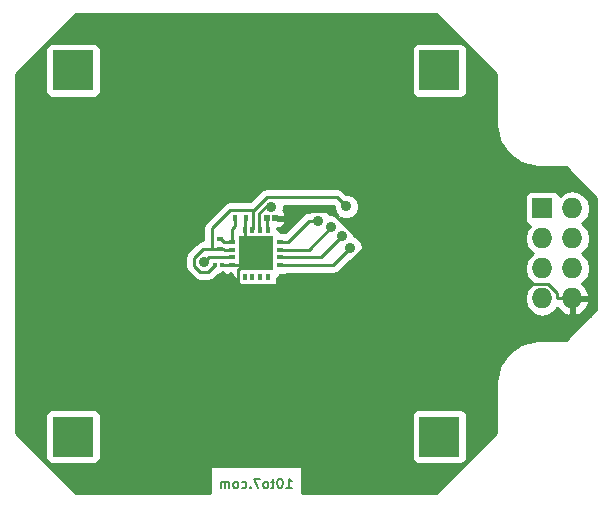
<source format=gbl>
%FSLAX34Y34*%
G04 Gerber Fmt 3.4, Leading zero omitted, Abs format*
G04 (created by PCBNEW (2014-03-19 BZR 4756)-product) date Sat 21 Jun 2014 18:27:49 BST*
%MOIN*%
G01*
G70*
G90*
G04 APERTURE LIST*
%ADD10C,0.005906*%
%ADD11C,0.007874*%
%ADD12R,0.023622X0.015748*%
%ADD13R,0.015748X0.023622*%
%ADD14R,0.118110X0.118110*%
%ADD15R,0.011800X0.015700*%
%ADD16R,0.015700X0.023600*%
%ADD17R,0.019685X0.019685*%
%ADD18R,0.068000X0.068000*%
%ADD19O,0.068000X0.068000*%
%ADD20R,0.023600X0.015700*%
%ADD21R,0.133900X0.133900*%
%ADD22C,0.035000*%
%ADD23C,0.010000*%
G04 APERTURE END LIST*
G54D10*
G54D11*
X63209Y-49945D02*
X63389Y-49945D01*
X63299Y-49945D02*
X63299Y-49630D01*
X63329Y-49675D01*
X63359Y-49705D01*
X63389Y-49720D01*
X63014Y-49630D02*
X62984Y-49630D01*
X62954Y-49645D01*
X62939Y-49660D01*
X62924Y-49690D01*
X62909Y-49750D01*
X62909Y-49825D01*
X62924Y-49885D01*
X62939Y-49915D01*
X62954Y-49930D01*
X62984Y-49945D01*
X63014Y-49945D01*
X63044Y-49930D01*
X63059Y-49915D01*
X63074Y-49885D01*
X63089Y-49825D01*
X63089Y-49750D01*
X63074Y-49690D01*
X63059Y-49660D01*
X63044Y-49645D01*
X63014Y-49630D01*
X62819Y-49735D02*
X62699Y-49735D01*
X62774Y-49630D02*
X62774Y-49900D01*
X62759Y-49930D01*
X62729Y-49945D01*
X62699Y-49945D01*
X62549Y-49945D02*
X62579Y-49930D01*
X62594Y-49915D01*
X62609Y-49885D01*
X62609Y-49795D01*
X62594Y-49765D01*
X62579Y-49750D01*
X62549Y-49735D01*
X62504Y-49735D01*
X62474Y-49750D01*
X62459Y-49765D01*
X62444Y-49795D01*
X62444Y-49885D01*
X62459Y-49915D01*
X62474Y-49930D01*
X62504Y-49945D01*
X62549Y-49945D01*
X62339Y-49630D02*
X62129Y-49630D01*
X62264Y-49945D01*
X62009Y-49915D02*
X61994Y-49930D01*
X62009Y-49945D01*
X62024Y-49930D01*
X62009Y-49915D01*
X62009Y-49945D01*
X61724Y-49930D02*
X61754Y-49945D01*
X61814Y-49945D01*
X61844Y-49930D01*
X61859Y-49915D01*
X61874Y-49885D01*
X61874Y-49795D01*
X61859Y-49765D01*
X61844Y-49750D01*
X61814Y-49735D01*
X61754Y-49735D01*
X61724Y-49750D01*
X61544Y-49945D02*
X61574Y-49930D01*
X61589Y-49915D01*
X61604Y-49885D01*
X61604Y-49795D01*
X61589Y-49765D01*
X61574Y-49750D01*
X61544Y-49735D01*
X61499Y-49735D01*
X61469Y-49750D01*
X61454Y-49765D01*
X61439Y-49795D01*
X61439Y-49885D01*
X61454Y-49915D01*
X61469Y-49930D01*
X61499Y-49945D01*
X61544Y-49945D01*
X61304Y-49945D02*
X61304Y-49735D01*
X61304Y-49765D02*
X61289Y-49750D01*
X61259Y-49735D01*
X61214Y-49735D01*
X61184Y-49750D01*
X61169Y-49780D01*
X61169Y-49945D01*
X61169Y-49780D02*
X61154Y-49750D01*
X61124Y-49735D01*
X61079Y-49735D01*
X61049Y-49750D01*
X61034Y-49780D01*
X61034Y-49945D01*
G54D12*
X61417Y-41742D03*
X61417Y-41998D03*
X61417Y-42253D03*
X61417Y-42509D03*
G54D13*
X61820Y-42913D03*
X62076Y-42913D03*
X62332Y-42913D03*
X62588Y-42913D03*
G54D12*
X62992Y-42509D03*
X62992Y-42253D03*
X62992Y-41998D03*
X62992Y-41742D03*
G54D13*
X62588Y-41338D03*
X62332Y-41338D03*
X62076Y-41338D03*
X61820Y-41338D03*
G54D14*
X62204Y-42125D03*
G54D15*
X60826Y-42519D03*
X61062Y-42519D03*
G54D16*
X61515Y-40944D03*
X61869Y-40944D03*
G54D17*
X62834Y-40944D03*
G54D10*
G36*
X62657Y-40846D02*
X62657Y-41043D01*
X62460Y-41043D01*
X62460Y-40846D01*
X62657Y-40846D01*
X62657Y-40846D01*
G37*
G54D18*
X71744Y-40625D03*
G54D19*
X72744Y-40625D03*
X71744Y-41625D03*
X72744Y-41625D03*
X71744Y-42625D03*
X72744Y-42625D03*
X71744Y-43625D03*
X72744Y-43625D03*
G54D20*
X61003Y-41988D03*
X61003Y-41634D03*
G54D21*
X56102Y-36023D03*
X68307Y-36023D03*
X68307Y-48228D03*
X56102Y-48228D03*
G54D22*
X65214Y-40559D03*
X64270Y-41032D03*
X64714Y-41244D03*
X65061Y-41560D03*
X65334Y-41951D03*
X60479Y-42402D03*
X62704Y-40568D03*
G54D23*
X61820Y-41338D02*
X61820Y-40993D01*
X61820Y-40993D02*
X61869Y-40944D01*
X62204Y-42125D02*
X61820Y-41742D01*
X61820Y-41742D02*
X61820Y-41338D01*
X65855Y-41890D02*
X64671Y-40706D01*
X64671Y-40706D02*
X63321Y-40706D01*
X63321Y-40706D02*
X63083Y-40944D01*
X72253Y-43625D02*
X72253Y-43442D01*
X72253Y-43442D02*
X71947Y-43135D01*
X71947Y-43135D02*
X67101Y-43135D01*
X67101Y-43135D02*
X65855Y-41890D01*
X61685Y-42509D02*
X61685Y-42617D01*
X61685Y-42617D02*
X61657Y-42645D01*
X61657Y-42645D02*
X61615Y-42645D01*
X61615Y-42645D02*
X61590Y-42670D01*
X61590Y-42670D02*
X61590Y-43095D01*
X61590Y-43095D02*
X61681Y-43185D01*
X61681Y-43185D02*
X64559Y-43185D01*
X64559Y-43185D02*
X65855Y-41890D01*
X62834Y-40944D02*
X63083Y-40944D01*
X72744Y-43625D02*
X72253Y-43625D01*
X61685Y-42509D02*
X61820Y-42509D01*
X61820Y-42509D02*
X62204Y-42125D01*
X61417Y-42509D02*
X61685Y-42509D01*
X61417Y-42509D02*
X61149Y-42509D01*
X61062Y-42519D02*
X61139Y-42519D01*
X61139Y-42519D02*
X61149Y-42509D01*
X60735Y-41988D02*
X60735Y-41292D01*
X60735Y-41292D02*
X61351Y-40676D01*
X61351Y-40676D02*
X62086Y-40676D01*
X62086Y-40676D02*
X62103Y-40694D01*
X60826Y-42519D02*
X60617Y-42729D01*
X60617Y-42729D02*
X60340Y-42729D01*
X60340Y-42729D02*
X60152Y-42541D01*
X60152Y-42541D02*
X60152Y-42268D01*
X60152Y-42268D02*
X60432Y-41988D01*
X60432Y-41988D02*
X60735Y-41988D01*
X62103Y-40694D02*
X62103Y-41311D01*
X62103Y-41311D02*
X62076Y-41338D01*
X65214Y-40559D02*
X64898Y-40242D01*
X64898Y-40242D02*
X62555Y-40242D01*
X62555Y-40242D02*
X62103Y-40694D01*
X61003Y-41988D02*
X60735Y-41988D01*
X61417Y-41998D02*
X61149Y-41998D01*
X61003Y-41988D02*
X61139Y-41988D01*
X61139Y-41988D02*
X61149Y-41998D01*
X61515Y-40944D02*
X61515Y-41212D01*
X61515Y-41212D02*
X61417Y-41311D01*
X61417Y-41311D02*
X61417Y-41742D01*
X61417Y-41742D02*
X61149Y-41742D01*
X61003Y-41634D02*
X61040Y-41634D01*
X61040Y-41634D02*
X61149Y-41742D01*
X62559Y-40944D02*
X62564Y-40950D01*
X62564Y-40950D02*
X62564Y-41314D01*
X62564Y-41314D02*
X62588Y-41338D01*
X63260Y-41742D02*
X63969Y-41032D01*
X63969Y-41032D02*
X64270Y-41032D01*
X62992Y-41742D02*
X63260Y-41742D01*
X64714Y-41244D02*
X63960Y-41998D01*
X63960Y-41998D02*
X62992Y-41998D01*
X62992Y-42253D02*
X64367Y-42253D01*
X64367Y-42253D02*
X65061Y-41560D01*
X65334Y-41951D02*
X64775Y-42509D01*
X64775Y-42509D02*
X62992Y-42509D01*
X61149Y-42253D02*
X60627Y-42253D01*
X60627Y-42253D02*
X60479Y-42402D01*
X61417Y-42253D02*
X61149Y-42253D01*
X62332Y-41338D02*
X62310Y-41316D01*
X62310Y-41316D02*
X62310Y-40778D01*
X62310Y-40778D02*
X62520Y-40568D01*
X62520Y-40568D02*
X62704Y-40568D01*
G54D10*
G36*
X62262Y-42175D02*
X62254Y-42175D01*
X62254Y-42183D01*
X62154Y-42183D01*
X62154Y-42175D01*
X62146Y-42175D01*
X62146Y-42075D01*
X62154Y-42075D01*
X62154Y-42068D01*
X62254Y-42068D01*
X62254Y-42075D01*
X62262Y-42075D01*
X62262Y-42175D01*
X62262Y-42175D01*
G37*
G54D23*
X62262Y-42175D02*
X62254Y-42175D01*
X62254Y-42183D01*
X62154Y-42183D01*
X62154Y-42175D01*
X62146Y-42175D01*
X62146Y-42075D01*
X62154Y-42075D01*
X62154Y-42068D01*
X62254Y-42068D01*
X62254Y-42075D01*
X62262Y-42075D01*
X62262Y-42175D01*
G54D10*
G36*
X64927Y-40872D02*
X64799Y-40819D01*
X64641Y-40819D01*
X64630Y-40792D01*
X64511Y-40672D01*
X64354Y-40608D01*
X64185Y-40607D01*
X64029Y-40672D01*
X63968Y-40733D01*
X63854Y-40755D01*
X63757Y-40820D01*
X63163Y-41414D01*
X63159Y-41413D01*
X63060Y-41413D01*
X63015Y-41413D01*
X63007Y-41393D01*
X62936Y-41323D01*
X62917Y-41315D01*
X62917Y-41264D01*
X62946Y-41293D01*
X62982Y-41293D01*
X63074Y-41255D01*
X63145Y-41184D01*
X63183Y-41093D01*
X63183Y-41056D01*
X63120Y-40994D01*
X62907Y-40994D01*
X62907Y-40993D01*
X62907Y-40943D01*
X62944Y-40928D01*
X62977Y-40895D01*
X63120Y-40895D01*
X63183Y-40833D01*
X63183Y-40796D01*
X63145Y-40704D01*
X63118Y-40678D01*
X63129Y-40653D01*
X63129Y-40542D01*
X64774Y-40542D01*
X64789Y-40558D01*
X64789Y-40643D01*
X64854Y-40799D01*
X64927Y-40872D01*
X64927Y-40872D01*
G37*
G54D23*
X64927Y-40872D02*
X64799Y-40819D01*
X64641Y-40819D01*
X64630Y-40792D01*
X64511Y-40672D01*
X64354Y-40608D01*
X64185Y-40607D01*
X64029Y-40672D01*
X63968Y-40733D01*
X63854Y-40755D01*
X63757Y-40820D01*
X63163Y-41414D01*
X63159Y-41413D01*
X63060Y-41413D01*
X63015Y-41413D01*
X63007Y-41393D01*
X62936Y-41323D01*
X62917Y-41315D01*
X62917Y-41264D01*
X62946Y-41293D01*
X62982Y-41293D01*
X63074Y-41255D01*
X63145Y-41184D01*
X63183Y-41093D01*
X63183Y-41056D01*
X63120Y-40994D01*
X62907Y-40994D01*
X62907Y-40993D01*
X62907Y-40943D01*
X62944Y-40928D01*
X62977Y-40895D01*
X63120Y-40895D01*
X63183Y-40833D01*
X63183Y-40796D01*
X63145Y-40704D01*
X63118Y-40678D01*
X63129Y-40653D01*
X63129Y-40542D01*
X64774Y-40542D01*
X64789Y-40558D01*
X64789Y-40643D01*
X64854Y-40799D01*
X64927Y-40872D01*
G54D10*
G36*
X73549Y-43982D02*
X73334Y-44197D01*
X73334Y-42637D01*
X73334Y-42614D01*
X73289Y-42388D01*
X73161Y-42197D01*
X73054Y-42125D01*
X73161Y-42054D01*
X73289Y-41863D01*
X73334Y-41637D01*
X73334Y-41614D01*
X73289Y-41388D01*
X73161Y-41197D01*
X73054Y-41125D01*
X73161Y-41054D01*
X73289Y-40863D01*
X73334Y-40637D01*
X73334Y-40614D01*
X73289Y-40388D01*
X73161Y-40197D01*
X72969Y-40069D01*
X72744Y-40024D01*
X72518Y-40069D01*
X72326Y-40197D01*
X72321Y-40205D01*
X72296Y-40144D01*
X72225Y-40074D01*
X72133Y-40035D01*
X72034Y-40035D01*
X71354Y-40035D01*
X71262Y-40074D01*
X71192Y-40144D01*
X71154Y-40236D01*
X71154Y-40335D01*
X71154Y-41015D01*
X71192Y-41107D01*
X71262Y-41177D01*
X71323Y-41203D01*
X71199Y-41388D01*
X71154Y-41614D01*
X71154Y-41637D01*
X71199Y-41863D01*
X71326Y-42054D01*
X71433Y-42125D01*
X71326Y-42197D01*
X71199Y-42388D01*
X71154Y-42614D01*
X71154Y-42637D01*
X71199Y-42863D01*
X71326Y-43054D01*
X71433Y-43125D01*
X71326Y-43197D01*
X71199Y-43388D01*
X71154Y-43614D01*
X71154Y-43637D01*
X71199Y-43863D01*
X71326Y-44054D01*
X71518Y-44182D01*
X71744Y-44227D01*
X71969Y-44182D01*
X72161Y-44054D01*
X72246Y-43927D01*
X72268Y-43975D01*
X72438Y-44130D01*
X72602Y-44198D01*
X72694Y-44151D01*
X72694Y-43675D01*
X72686Y-43675D01*
X72686Y-43575D01*
X72694Y-43575D01*
X72694Y-43568D01*
X72794Y-43568D01*
X72794Y-43575D01*
X73269Y-43575D01*
X73316Y-43484D01*
X73219Y-43276D01*
X73054Y-43125D01*
X73161Y-43054D01*
X73289Y-42863D01*
X73334Y-42637D01*
X73334Y-44197D01*
X73316Y-44215D01*
X73316Y-43767D01*
X73269Y-43675D01*
X72794Y-43675D01*
X72794Y-44151D01*
X72885Y-44198D01*
X73049Y-44130D01*
X73219Y-43975D01*
X73316Y-43767D01*
X73316Y-44215D01*
X72526Y-45005D01*
X71653Y-45005D01*
X71627Y-45011D01*
X71600Y-45011D01*
X71148Y-45100D01*
X71080Y-45129D01*
X71051Y-45141D01*
X70668Y-45397D01*
X70631Y-45434D01*
X70594Y-45471D01*
X70338Y-45854D01*
X70297Y-45952D01*
X70207Y-46404D01*
X70207Y-46430D01*
X70202Y-46456D01*
X70202Y-48116D01*
X69226Y-49092D01*
X69226Y-48947D01*
X69226Y-48848D01*
X69226Y-47509D01*
X69226Y-36742D01*
X69226Y-36643D01*
X69226Y-35304D01*
X69188Y-35212D01*
X69118Y-35142D01*
X69026Y-35104D01*
X68926Y-35104D01*
X67587Y-35104D01*
X67495Y-35142D01*
X67425Y-35212D01*
X67387Y-35304D01*
X67387Y-35403D01*
X67387Y-36742D01*
X67425Y-36834D01*
X67495Y-36905D01*
X67587Y-36943D01*
X67687Y-36943D01*
X69026Y-36943D01*
X69118Y-36905D01*
X69188Y-36834D01*
X69226Y-36742D01*
X69226Y-47509D01*
X69188Y-47417D01*
X69118Y-47346D01*
X69026Y-47308D01*
X68926Y-47308D01*
X67587Y-47308D01*
X67495Y-47346D01*
X67425Y-47417D01*
X67387Y-47509D01*
X67387Y-47608D01*
X67387Y-48947D01*
X67425Y-49039D01*
X67495Y-49109D01*
X67587Y-49147D01*
X67687Y-49147D01*
X69026Y-49147D01*
X69118Y-49109D01*
X69188Y-49039D01*
X69226Y-48947D01*
X69226Y-49092D01*
X68195Y-50124D01*
X65759Y-50124D01*
X65759Y-41867D01*
X65694Y-41710D01*
X65575Y-41591D01*
X65486Y-41554D01*
X65486Y-41476D01*
X65421Y-41319D01*
X65302Y-41200D01*
X65146Y-41135D01*
X65129Y-41135D01*
X65074Y-41004D01*
X65001Y-40930D01*
X65129Y-40983D01*
X65299Y-40984D01*
X65455Y-40919D01*
X65574Y-40800D01*
X65639Y-40643D01*
X65639Y-40474D01*
X65575Y-40318D01*
X65455Y-40198D01*
X65299Y-40134D01*
X65214Y-40134D01*
X65110Y-40030D01*
X65013Y-39965D01*
X64898Y-39942D01*
X62555Y-39942D01*
X62440Y-39965D01*
X62401Y-39991D01*
X62343Y-40030D01*
X61997Y-40376D01*
X61351Y-40376D01*
X61236Y-40399D01*
X61197Y-40425D01*
X61139Y-40464D01*
X60523Y-41079D01*
X60458Y-41177D01*
X60435Y-41292D01*
X60435Y-41688D01*
X60432Y-41688D01*
X60318Y-41710D01*
X60220Y-41775D01*
X59940Y-42055D01*
X59875Y-42153D01*
X59852Y-42268D01*
X59852Y-42541D01*
X59875Y-42656D01*
X59940Y-42753D01*
X60128Y-42941D01*
X60225Y-43006D01*
X60340Y-43029D01*
X60617Y-43029D01*
X60617Y-43029D01*
X60732Y-43006D01*
X60732Y-43006D01*
X60829Y-42941D01*
X60922Y-42848D01*
X60935Y-42848D01*
X60944Y-42844D01*
X60954Y-42848D01*
X60970Y-42848D01*
X60995Y-42823D01*
X61027Y-42810D01*
X61092Y-42745D01*
X61092Y-42785D01*
X61154Y-42848D01*
X61171Y-42848D01*
X61222Y-42827D01*
X61249Y-42838D01*
X61304Y-42838D01*
X61367Y-42776D01*
X61367Y-42838D01*
X61394Y-42838D01*
X61402Y-42858D01*
X61472Y-42928D01*
X61492Y-42936D01*
X61492Y-43081D01*
X61530Y-43173D01*
X61600Y-43243D01*
X61692Y-43281D01*
X61791Y-43281D01*
X61948Y-43281D01*
X61949Y-43281D01*
X62047Y-43281D01*
X62204Y-43281D01*
X62205Y-43281D01*
X62303Y-43281D01*
X62460Y-43281D01*
X62461Y-43281D01*
X62559Y-43281D01*
X62717Y-43281D01*
X62808Y-43243D01*
X62879Y-43173D01*
X62917Y-43081D01*
X62917Y-42981D01*
X62917Y-42936D01*
X62936Y-42928D01*
X63007Y-42858D01*
X63015Y-42838D01*
X63159Y-42838D01*
X63229Y-42809D01*
X64775Y-42809D01*
X64775Y-42809D01*
X64890Y-42787D01*
X64890Y-42787D01*
X64988Y-42721D01*
X65333Y-42376D01*
X65418Y-42376D01*
X65574Y-42311D01*
X65694Y-42192D01*
X65759Y-42036D01*
X65759Y-41867D01*
X65759Y-50124D01*
X63738Y-50124D01*
X63738Y-49214D01*
X60670Y-49214D01*
X60670Y-50124D01*
X57021Y-50124D01*
X57021Y-48947D01*
X57021Y-48848D01*
X57021Y-47509D01*
X57021Y-36742D01*
X57021Y-36643D01*
X57021Y-35304D01*
X56983Y-35212D01*
X56913Y-35142D01*
X56821Y-35104D01*
X56722Y-35104D01*
X55383Y-35104D01*
X55291Y-35142D01*
X55220Y-35212D01*
X55182Y-35304D01*
X55182Y-35403D01*
X55182Y-36742D01*
X55220Y-36834D01*
X55291Y-36905D01*
X55383Y-36943D01*
X55482Y-36943D01*
X56821Y-36943D01*
X56913Y-36905D01*
X56983Y-36834D01*
X57021Y-36742D01*
X57021Y-47509D01*
X56983Y-47417D01*
X56913Y-47346D01*
X56821Y-47308D01*
X56722Y-47308D01*
X55383Y-47308D01*
X55291Y-47346D01*
X55220Y-47417D01*
X55182Y-47509D01*
X55182Y-47608D01*
X55182Y-48947D01*
X55220Y-49039D01*
X55291Y-49109D01*
X55383Y-49147D01*
X55482Y-49147D01*
X56821Y-49147D01*
X56913Y-49109D01*
X56983Y-49039D01*
X57021Y-48947D01*
X57021Y-50124D01*
X56214Y-50124D01*
X54206Y-48116D01*
X54206Y-36135D01*
X56214Y-34127D01*
X68195Y-34127D01*
X70202Y-36135D01*
X70202Y-37795D01*
X70207Y-37821D01*
X70207Y-37847D01*
X70297Y-38299D01*
X70338Y-38397D01*
X70594Y-38780D01*
X70631Y-38817D01*
X70668Y-38854D01*
X70668Y-38854D01*
X71051Y-39110D01*
X71051Y-39110D01*
X71080Y-39122D01*
X71148Y-39150D01*
X71600Y-39240D01*
X71627Y-39240D01*
X71653Y-39246D01*
X72526Y-39246D01*
X73549Y-40269D01*
X73549Y-43982D01*
X73549Y-43982D01*
G37*
G54D23*
X73549Y-43982D02*
X73334Y-44197D01*
X73334Y-42637D01*
X73334Y-42614D01*
X73289Y-42388D01*
X73161Y-42197D01*
X73054Y-42125D01*
X73161Y-42054D01*
X73289Y-41863D01*
X73334Y-41637D01*
X73334Y-41614D01*
X73289Y-41388D01*
X73161Y-41197D01*
X73054Y-41125D01*
X73161Y-41054D01*
X73289Y-40863D01*
X73334Y-40637D01*
X73334Y-40614D01*
X73289Y-40388D01*
X73161Y-40197D01*
X72969Y-40069D01*
X72744Y-40024D01*
X72518Y-40069D01*
X72326Y-40197D01*
X72321Y-40205D01*
X72296Y-40144D01*
X72225Y-40074D01*
X72133Y-40035D01*
X72034Y-40035D01*
X71354Y-40035D01*
X71262Y-40074D01*
X71192Y-40144D01*
X71154Y-40236D01*
X71154Y-40335D01*
X71154Y-41015D01*
X71192Y-41107D01*
X71262Y-41177D01*
X71323Y-41203D01*
X71199Y-41388D01*
X71154Y-41614D01*
X71154Y-41637D01*
X71199Y-41863D01*
X71326Y-42054D01*
X71433Y-42125D01*
X71326Y-42197D01*
X71199Y-42388D01*
X71154Y-42614D01*
X71154Y-42637D01*
X71199Y-42863D01*
X71326Y-43054D01*
X71433Y-43125D01*
X71326Y-43197D01*
X71199Y-43388D01*
X71154Y-43614D01*
X71154Y-43637D01*
X71199Y-43863D01*
X71326Y-44054D01*
X71518Y-44182D01*
X71744Y-44227D01*
X71969Y-44182D01*
X72161Y-44054D01*
X72246Y-43927D01*
X72268Y-43975D01*
X72438Y-44130D01*
X72602Y-44198D01*
X72694Y-44151D01*
X72694Y-43675D01*
X72686Y-43675D01*
X72686Y-43575D01*
X72694Y-43575D01*
X72694Y-43568D01*
X72794Y-43568D01*
X72794Y-43575D01*
X73269Y-43575D01*
X73316Y-43484D01*
X73219Y-43276D01*
X73054Y-43125D01*
X73161Y-43054D01*
X73289Y-42863D01*
X73334Y-42637D01*
X73334Y-44197D01*
X73316Y-44215D01*
X73316Y-43767D01*
X73269Y-43675D01*
X72794Y-43675D01*
X72794Y-44151D01*
X72885Y-44198D01*
X73049Y-44130D01*
X73219Y-43975D01*
X73316Y-43767D01*
X73316Y-44215D01*
X72526Y-45005D01*
X71653Y-45005D01*
X71627Y-45011D01*
X71600Y-45011D01*
X71148Y-45100D01*
X71080Y-45129D01*
X71051Y-45141D01*
X70668Y-45397D01*
X70631Y-45434D01*
X70594Y-45471D01*
X70338Y-45854D01*
X70297Y-45952D01*
X70207Y-46404D01*
X70207Y-46430D01*
X70202Y-46456D01*
X70202Y-48116D01*
X69226Y-49092D01*
X69226Y-48947D01*
X69226Y-48848D01*
X69226Y-47509D01*
X69226Y-36742D01*
X69226Y-36643D01*
X69226Y-35304D01*
X69188Y-35212D01*
X69118Y-35142D01*
X69026Y-35104D01*
X68926Y-35104D01*
X67587Y-35104D01*
X67495Y-35142D01*
X67425Y-35212D01*
X67387Y-35304D01*
X67387Y-35403D01*
X67387Y-36742D01*
X67425Y-36834D01*
X67495Y-36905D01*
X67587Y-36943D01*
X67687Y-36943D01*
X69026Y-36943D01*
X69118Y-36905D01*
X69188Y-36834D01*
X69226Y-36742D01*
X69226Y-47509D01*
X69188Y-47417D01*
X69118Y-47346D01*
X69026Y-47308D01*
X68926Y-47308D01*
X67587Y-47308D01*
X67495Y-47346D01*
X67425Y-47417D01*
X67387Y-47509D01*
X67387Y-47608D01*
X67387Y-48947D01*
X67425Y-49039D01*
X67495Y-49109D01*
X67587Y-49147D01*
X67687Y-49147D01*
X69026Y-49147D01*
X69118Y-49109D01*
X69188Y-49039D01*
X69226Y-48947D01*
X69226Y-49092D01*
X68195Y-50124D01*
X65759Y-50124D01*
X65759Y-41867D01*
X65694Y-41710D01*
X65575Y-41591D01*
X65486Y-41554D01*
X65486Y-41476D01*
X65421Y-41319D01*
X65302Y-41200D01*
X65146Y-41135D01*
X65129Y-41135D01*
X65074Y-41004D01*
X65001Y-40930D01*
X65129Y-40983D01*
X65299Y-40984D01*
X65455Y-40919D01*
X65574Y-40800D01*
X65639Y-40643D01*
X65639Y-40474D01*
X65575Y-40318D01*
X65455Y-40198D01*
X65299Y-40134D01*
X65214Y-40134D01*
X65110Y-40030D01*
X65013Y-39965D01*
X64898Y-39942D01*
X62555Y-39942D01*
X62440Y-39965D01*
X62401Y-39991D01*
X62343Y-40030D01*
X61997Y-40376D01*
X61351Y-40376D01*
X61236Y-40399D01*
X61197Y-40425D01*
X61139Y-40464D01*
X60523Y-41079D01*
X60458Y-41177D01*
X60435Y-41292D01*
X60435Y-41688D01*
X60432Y-41688D01*
X60318Y-41710D01*
X60220Y-41775D01*
X59940Y-42055D01*
X59875Y-42153D01*
X59852Y-42268D01*
X59852Y-42541D01*
X59875Y-42656D01*
X59940Y-42753D01*
X60128Y-42941D01*
X60225Y-43006D01*
X60340Y-43029D01*
X60617Y-43029D01*
X60617Y-43029D01*
X60732Y-43006D01*
X60732Y-43006D01*
X60829Y-42941D01*
X60922Y-42848D01*
X60935Y-42848D01*
X60944Y-42844D01*
X60954Y-42848D01*
X60970Y-42848D01*
X60995Y-42823D01*
X61027Y-42810D01*
X61092Y-42745D01*
X61092Y-42785D01*
X61154Y-42848D01*
X61171Y-42848D01*
X61222Y-42827D01*
X61249Y-42838D01*
X61304Y-42838D01*
X61367Y-42776D01*
X61367Y-42838D01*
X61394Y-42838D01*
X61402Y-42858D01*
X61472Y-42928D01*
X61492Y-42936D01*
X61492Y-43081D01*
X61530Y-43173D01*
X61600Y-43243D01*
X61692Y-43281D01*
X61791Y-43281D01*
X61948Y-43281D01*
X61949Y-43281D01*
X62047Y-43281D01*
X62204Y-43281D01*
X62205Y-43281D01*
X62303Y-43281D01*
X62460Y-43281D01*
X62461Y-43281D01*
X62559Y-43281D01*
X62717Y-43281D01*
X62808Y-43243D01*
X62879Y-43173D01*
X62917Y-43081D01*
X62917Y-42981D01*
X62917Y-42936D01*
X62936Y-42928D01*
X63007Y-42858D01*
X63015Y-42838D01*
X63159Y-42838D01*
X63229Y-42809D01*
X64775Y-42809D01*
X64775Y-42809D01*
X64890Y-42787D01*
X64890Y-42787D01*
X64988Y-42721D01*
X65333Y-42376D01*
X65418Y-42376D01*
X65574Y-42311D01*
X65694Y-42192D01*
X65759Y-42036D01*
X65759Y-41867D01*
X65759Y-50124D01*
X63738Y-50124D01*
X63738Y-49214D01*
X60670Y-49214D01*
X60670Y-50124D01*
X57021Y-50124D01*
X57021Y-48947D01*
X57021Y-48848D01*
X57021Y-47509D01*
X57021Y-36742D01*
X57021Y-36643D01*
X57021Y-35304D01*
X56983Y-35212D01*
X56913Y-35142D01*
X56821Y-35104D01*
X56722Y-35104D01*
X55383Y-35104D01*
X55291Y-35142D01*
X55220Y-35212D01*
X55182Y-35304D01*
X55182Y-35403D01*
X55182Y-36742D01*
X55220Y-36834D01*
X55291Y-36905D01*
X55383Y-36943D01*
X55482Y-36943D01*
X56821Y-36943D01*
X56913Y-36905D01*
X56983Y-36834D01*
X57021Y-36742D01*
X57021Y-47509D01*
X56983Y-47417D01*
X56913Y-47346D01*
X56821Y-47308D01*
X56722Y-47308D01*
X55383Y-47308D01*
X55291Y-47346D01*
X55220Y-47417D01*
X55182Y-47509D01*
X55182Y-47608D01*
X55182Y-48947D01*
X55220Y-49039D01*
X55291Y-49109D01*
X55383Y-49147D01*
X55482Y-49147D01*
X56821Y-49147D01*
X56913Y-49109D01*
X56983Y-49039D01*
X57021Y-48947D01*
X57021Y-50124D01*
X56214Y-50124D01*
X54206Y-48116D01*
X54206Y-36135D01*
X56214Y-34127D01*
X68195Y-34127D01*
X70202Y-36135D01*
X70202Y-37795D01*
X70207Y-37821D01*
X70207Y-37847D01*
X70297Y-38299D01*
X70338Y-38397D01*
X70594Y-38780D01*
X70631Y-38817D01*
X70668Y-38854D01*
X70668Y-38854D01*
X71051Y-39110D01*
X71051Y-39110D01*
X71080Y-39122D01*
X71148Y-39150D01*
X71600Y-39240D01*
X71627Y-39240D01*
X71653Y-39246D01*
X72526Y-39246D01*
X73549Y-40269D01*
X73549Y-43982D01*
M02*

</source>
